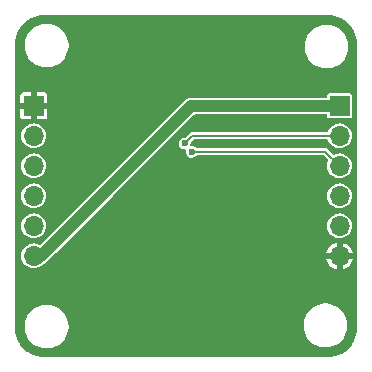
<source format=gbr>
%TF.GenerationSoftware,KiCad,Pcbnew,8.0.8-8.0.8-0~ubuntu24.04.1*%
%TF.CreationDate,2025-02-16T19:55:32+01:00*%
%TF.ProjectId,LIS2HH12TR-devboard,4c495332-4848-4313-9254-522d64657662,rev?*%
%TF.SameCoordinates,Original*%
%TF.FileFunction,Copper,L2,Bot*%
%TF.FilePolarity,Positive*%
%FSLAX46Y46*%
G04 Gerber Fmt 4.6, Leading zero omitted, Abs format (unit mm)*
G04 Created by KiCad (PCBNEW 8.0.8-8.0.8-0~ubuntu24.04.1) date 2025-02-16 19:55:32*
%MOMM*%
%LPD*%
G01*
G04 APERTURE LIST*
%TA.AperFunction,ComponentPad*%
%ADD10R,1.700000X1.700000*%
%TD*%
%TA.AperFunction,ComponentPad*%
%ADD11O,1.700000X1.700000*%
%TD*%
%TA.AperFunction,ViaPad*%
%ADD12C,0.600000*%
%TD*%
%TA.AperFunction,Conductor*%
%ADD13C,0.200000*%
%TD*%
%TA.AperFunction,Conductor*%
%ADD14C,1.000000*%
%TD*%
G04 APERTURE END LIST*
D10*
%TO.P,J2,1,Pin_1*%
%TO.N,VDD*%
X208000000Y-88220000D03*
D11*
%TO.P,J2,2,Pin_2*%
%TO.N,Net-(J2-Pin_2)*%
X208000000Y-90760000D03*
%TO.P,J2,3,Pin_3*%
%TO.N,Net-(J2-Pin_3)*%
X208000000Y-93300000D03*
%TO.P,J2,4,Pin_4*%
%TO.N,Net-(J2-Pin_4)*%
X208000000Y-95840000D03*
%TO.P,J2,5,Pin_5*%
%TO.N,Net-(J2-Pin_5)*%
X208000000Y-98380000D03*
%TO.P,J2,6,Pin_6*%
%TO.N,GND*%
X208000000Y-100920000D03*
%TD*%
D10*
%TO.P,J1,1,Pin_1*%
%TO.N,GND*%
X182100000Y-88220000D03*
D11*
%TO.P,J1,2,Pin_2*%
%TO.N,Net-(J1-Pin_2)*%
X182100000Y-90760000D03*
%TO.P,J1,3,Pin_3*%
%TO.N,Net-(J1-Pin_3)*%
X182100000Y-93300000D03*
%TO.P,J1,4,Pin_4*%
%TO.N,Net-(J1-Pin_4)*%
X182100000Y-95840000D03*
%TO.P,J1,5,Pin_5*%
%TO.N,Net-(J1-Pin_5)*%
X182100000Y-98380000D03*
%TO.P,J1,6,Pin_6*%
%TO.N,VDD*%
X182100000Y-100920000D03*
%TD*%
D12*
%TO.N,Net-(J2-Pin_3)*%
X195472500Y-92100000D03*
%TO.N,Net-(J2-Pin_2)*%
X194875000Y-91400000D03*
%TD*%
D13*
%TO.N,Net-(J2-Pin_3)*%
X195472500Y-92100000D02*
X206800000Y-92100000D01*
X206800000Y-92100000D02*
X208000000Y-93300000D01*
%TO.N,Net-(J2-Pin_2)*%
X194875000Y-91400000D02*
X195515000Y-90760000D01*
X195515000Y-90760000D02*
X208000000Y-90760000D01*
D14*
%TO.N,VDD*%
X182100000Y-100920000D02*
X182730000Y-100920000D01*
X182730000Y-100920000D02*
X195430000Y-88220000D01*
X195430000Y-88220000D02*
X208000000Y-88220000D01*
%TD*%
%TA.AperFunction,Conductor*%
%TO.N,GND*%
G36*
X207002992Y-80500681D02*
G01*
X207295309Y-80518362D01*
X207307164Y-80519802D01*
X207592281Y-80572051D01*
X207603883Y-80574911D01*
X207880623Y-80661147D01*
X207891786Y-80665380D01*
X208156119Y-80784347D01*
X208166704Y-80789903D01*
X208414758Y-80939856D01*
X208424583Y-80946638D01*
X208652755Y-81125399D01*
X208661704Y-81133326D01*
X208866673Y-81338295D01*
X208874600Y-81347244D01*
X208901172Y-81381161D01*
X209039768Y-81558066D01*
X209053356Y-81575409D01*
X209060147Y-81585248D01*
X209210096Y-81833295D01*
X209215652Y-81843880D01*
X209334616Y-82108206D01*
X209338855Y-82119384D01*
X209425087Y-82396113D01*
X209427948Y-82407721D01*
X209480196Y-82692828D01*
X209481637Y-82704695D01*
X209499319Y-82997006D01*
X209499500Y-83002984D01*
X209499500Y-106997015D01*
X209499319Y-107002993D01*
X209481637Y-107295304D01*
X209480196Y-107307171D01*
X209427948Y-107592278D01*
X209425087Y-107603886D01*
X209338855Y-107880615D01*
X209334616Y-107891793D01*
X209215652Y-108156119D01*
X209210096Y-108166704D01*
X209060147Y-108414751D01*
X209053356Y-108424590D01*
X208874600Y-108652755D01*
X208866673Y-108661704D01*
X208661704Y-108866673D01*
X208652755Y-108874600D01*
X208424590Y-109053356D01*
X208414751Y-109060147D01*
X208166704Y-109210096D01*
X208156119Y-109215652D01*
X207891793Y-109334616D01*
X207880615Y-109338855D01*
X207603886Y-109425087D01*
X207592278Y-109427948D01*
X207307171Y-109480196D01*
X207295304Y-109481637D01*
X207023993Y-109498048D01*
X207002991Y-109499319D01*
X206997015Y-109499500D01*
X183002985Y-109499500D01*
X182997008Y-109499319D01*
X182973564Y-109497900D01*
X182704695Y-109481637D01*
X182692828Y-109480196D01*
X182407721Y-109427948D01*
X182396113Y-109425087D01*
X182119384Y-109338855D01*
X182108206Y-109334616D01*
X181843880Y-109215652D01*
X181833295Y-109210096D01*
X181585248Y-109060147D01*
X181575413Y-109053358D01*
X181347244Y-108874600D01*
X181338295Y-108866673D01*
X181133326Y-108661704D01*
X181125399Y-108652755D01*
X181098827Y-108618838D01*
X180946638Y-108424583D01*
X180939856Y-108414758D01*
X180789903Y-108166704D01*
X180784347Y-108156119D01*
X180665383Y-107891793D01*
X180661147Y-107880623D01*
X180574911Y-107603883D01*
X180572051Y-107592278D01*
X180536100Y-107396100D01*
X180519802Y-107307164D01*
X180518362Y-107295303D01*
X180516334Y-107261781D01*
X180500681Y-107002992D01*
X180500500Y-106997015D01*
X180500500Y-106778710D01*
X181349500Y-106778710D01*
X181349500Y-107021289D01*
X181381161Y-107261781D01*
X181381161Y-107261786D01*
X181443944Y-107496092D01*
X181443948Y-107496105D01*
X181536772Y-107720204D01*
X181536774Y-107720208D01*
X181536776Y-107720212D01*
X181658064Y-107930289D01*
X181658066Y-107930292D01*
X181805729Y-108122731D01*
X181805731Y-108122733D01*
X181805735Y-108122738D01*
X181977262Y-108294265D01*
X181977266Y-108294268D01*
X181977268Y-108294270D01*
X182039384Y-108341933D01*
X182169711Y-108441936D01*
X182379788Y-108563224D01*
X182603900Y-108656054D01*
X182838211Y-108718838D01*
X183078712Y-108750500D01*
X183078713Y-108750500D01*
X183321287Y-108750500D01*
X183321288Y-108750500D01*
X183561789Y-108718838D01*
X183796100Y-108656054D01*
X184020212Y-108563224D01*
X184230289Y-108441936D01*
X184422738Y-108294265D01*
X184594265Y-108122738D01*
X184741936Y-107930289D01*
X184863224Y-107720212D01*
X184956054Y-107496100D01*
X185018838Y-107261789D01*
X185050500Y-107021288D01*
X185050500Y-106778712D01*
X185037335Y-106678710D01*
X204949500Y-106678710D01*
X204949500Y-106921289D01*
X204981161Y-107161781D01*
X204981161Y-107161786D01*
X205043944Y-107396092D01*
X205043948Y-107396105D01*
X205136772Y-107620204D01*
X205136774Y-107620208D01*
X205136776Y-107620212D01*
X205194511Y-107720212D01*
X205258066Y-107830292D01*
X205405729Y-108022731D01*
X205405731Y-108022733D01*
X205405735Y-108022738D01*
X205577262Y-108194265D01*
X205577266Y-108194268D01*
X205577268Y-108194270D01*
X205707585Y-108294265D01*
X205769711Y-108341936D01*
X205979788Y-108463224D01*
X206203900Y-108556054D01*
X206438211Y-108618838D01*
X206678712Y-108650500D01*
X206678713Y-108650500D01*
X206921287Y-108650500D01*
X206921288Y-108650500D01*
X207161789Y-108618838D01*
X207396100Y-108556054D01*
X207620212Y-108463224D01*
X207830289Y-108341936D01*
X208022738Y-108194265D01*
X208194265Y-108022738D01*
X208341936Y-107830289D01*
X208463224Y-107620212D01*
X208556054Y-107396100D01*
X208618838Y-107161789D01*
X208650500Y-106921288D01*
X208650500Y-106678712D01*
X208618838Y-106438211D01*
X208556054Y-106203900D01*
X208463224Y-105979788D01*
X208341936Y-105769711D01*
X208194265Y-105577262D01*
X208022738Y-105405735D01*
X208022733Y-105405731D01*
X208022731Y-105405729D01*
X207830292Y-105258066D01*
X207793410Y-105236772D01*
X207620212Y-105136776D01*
X207620208Y-105136774D01*
X207620204Y-105136772D01*
X207396105Y-105043948D01*
X207396104Y-105043947D01*
X207396100Y-105043946D01*
X207161789Y-104981162D01*
X207161786Y-104981161D01*
X207161784Y-104981161D01*
X206921289Y-104949500D01*
X206921288Y-104949500D01*
X206678712Y-104949500D01*
X206678710Y-104949500D01*
X206438218Y-104981161D01*
X206438213Y-104981161D01*
X206203907Y-105043944D01*
X206203894Y-105043948D01*
X205979795Y-105136772D01*
X205769707Y-105258066D01*
X205577268Y-105405729D01*
X205405729Y-105577268D01*
X205258066Y-105769707D01*
X205136772Y-105979795D01*
X205043948Y-106203894D01*
X205043944Y-106203907D01*
X204981161Y-106438213D01*
X204981161Y-106438218D01*
X204949500Y-106678710D01*
X185037335Y-106678710D01*
X185018838Y-106538211D01*
X184956054Y-106303900D01*
X184863224Y-106079788D01*
X184741936Y-105869711D01*
X184741933Y-105869707D01*
X184594270Y-105677268D01*
X184594268Y-105677266D01*
X184594265Y-105677262D01*
X184422738Y-105505735D01*
X184422733Y-105505731D01*
X184422731Y-105505729D01*
X184230292Y-105358066D01*
X184230289Y-105358064D01*
X184020212Y-105236776D01*
X184020208Y-105236774D01*
X184020204Y-105236772D01*
X183796105Y-105143948D01*
X183796104Y-105143947D01*
X183796100Y-105143946D01*
X183561789Y-105081162D01*
X183561786Y-105081161D01*
X183561784Y-105081161D01*
X183321289Y-105049500D01*
X183321288Y-105049500D01*
X183078712Y-105049500D01*
X183078710Y-105049500D01*
X182838218Y-105081161D01*
X182838213Y-105081161D01*
X182603907Y-105143944D01*
X182603894Y-105143948D01*
X182379795Y-105236772D01*
X182169707Y-105358066D01*
X181977268Y-105505729D01*
X181805729Y-105677268D01*
X181658066Y-105869707D01*
X181536772Y-106079795D01*
X181443948Y-106303894D01*
X181443944Y-106303907D01*
X181381161Y-106538213D01*
X181381161Y-106538218D01*
X181349500Y-106778710D01*
X180500500Y-106778710D01*
X180500500Y-100919996D01*
X181044417Y-100919996D01*
X181044417Y-100920003D01*
X181064698Y-101125929D01*
X181064699Y-101125934D01*
X181124768Y-101323954D01*
X181222316Y-101506452D01*
X181299311Y-101600271D01*
X181353590Y-101666410D01*
X181353594Y-101666413D01*
X181353595Y-101666414D01*
X181513547Y-101797683D01*
X181513548Y-101797683D01*
X181513550Y-101797685D01*
X181696046Y-101895232D01*
X181833997Y-101937078D01*
X181894065Y-101955300D01*
X181894070Y-101955301D01*
X182099997Y-101975583D01*
X182100000Y-101975583D01*
X182100003Y-101975583D01*
X182305929Y-101955301D01*
X182305934Y-101955300D01*
X182310724Y-101953847D01*
X182503954Y-101895232D01*
X182686450Y-101797685D01*
X182807839Y-101698064D01*
X182846407Y-101666413D01*
X182846408Y-101666411D01*
X182846410Y-101666410D01*
X182878216Y-101627653D01*
X182929746Y-101594666D01*
X182933861Y-101593720D01*
X182934316Y-101593582D01*
X182934328Y-101593580D01*
X183061811Y-101540775D01*
X183176543Y-101464114D01*
X183970657Y-100670000D01*
X206875489Y-100670000D01*
X207566988Y-100670000D01*
X207534075Y-100727007D01*
X207500000Y-100854174D01*
X207500000Y-100985826D01*
X207534075Y-101112993D01*
X207566988Y-101170000D01*
X206875489Y-101170000D01*
X206923064Y-101337210D01*
X207018057Y-101527983D01*
X207018062Y-101527992D01*
X207146496Y-101698064D01*
X207146506Y-101698075D01*
X207303995Y-101841647D01*
X207303994Y-101841647D01*
X207485206Y-101953847D01*
X207683941Y-102030838D01*
X207750000Y-102043185D01*
X207750000Y-101353012D01*
X207807007Y-101385925D01*
X207934174Y-101420000D01*
X208065826Y-101420000D01*
X208192993Y-101385925D01*
X208250000Y-101353012D01*
X208250000Y-102043184D01*
X208316058Y-102030838D01*
X208514793Y-101953847D01*
X208696004Y-101841647D01*
X208853493Y-101698075D01*
X208853503Y-101698064D01*
X208981937Y-101527992D01*
X208981942Y-101527983D01*
X209076935Y-101337210D01*
X209124511Y-101170000D01*
X208433012Y-101170000D01*
X208465925Y-101112993D01*
X208500000Y-100985826D01*
X208500000Y-100854174D01*
X208465925Y-100727007D01*
X208433012Y-100670000D01*
X209124511Y-100670000D01*
X209076935Y-100502789D01*
X208981942Y-100312016D01*
X208981937Y-100312007D01*
X208853503Y-100141935D01*
X208853493Y-100141924D01*
X208696004Y-99998352D01*
X208696005Y-99998352D01*
X208514793Y-99886152D01*
X208316059Y-99809161D01*
X208250000Y-99796812D01*
X208250000Y-100486988D01*
X208192993Y-100454075D01*
X208065826Y-100420000D01*
X207934174Y-100420000D01*
X207807007Y-100454075D01*
X207750000Y-100486988D01*
X207750000Y-99796813D01*
X207749999Y-99796812D01*
X207683940Y-99809161D01*
X207485206Y-99886152D01*
X207303995Y-99998352D01*
X207146506Y-100141924D01*
X207146496Y-100141935D01*
X207018062Y-100312007D01*
X207018057Y-100312016D01*
X206923064Y-100502789D01*
X206875489Y-100670000D01*
X183970657Y-100670000D01*
X186260661Y-98379996D01*
X206944417Y-98379996D01*
X206944417Y-98380003D01*
X206964698Y-98585929D01*
X206964699Y-98585934D01*
X207024768Y-98783954D01*
X207122316Y-98966452D01*
X207253585Y-99126404D01*
X207253590Y-99126410D01*
X207253595Y-99126414D01*
X207413547Y-99257683D01*
X207413548Y-99257683D01*
X207413550Y-99257685D01*
X207596046Y-99355232D01*
X207733997Y-99397078D01*
X207794065Y-99415300D01*
X207794070Y-99415301D01*
X207999997Y-99435583D01*
X208000000Y-99435583D01*
X208000003Y-99435583D01*
X208205929Y-99415301D01*
X208205934Y-99415300D01*
X208403954Y-99355232D01*
X208586450Y-99257685D01*
X208746410Y-99126410D01*
X208877685Y-98966450D01*
X208975232Y-98783954D01*
X209035300Y-98585934D01*
X209035301Y-98585929D01*
X209055583Y-98380003D01*
X209055583Y-98379996D01*
X209035301Y-98174070D01*
X209035300Y-98174065D01*
X209017078Y-98113997D01*
X208975232Y-97976046D01*
X208877685Y-97793550D01*
X208746410Y-97633590D01*
X208746404Y-97633585D01*
X208586452Y-97502316D01*
X208403954Y-97404768D01*
X208205934Y-97344699D01*
X208205929Y-97344698D01*
X208000003Y-97324417D01*
X207999997Y-97324417D01*
X207794070Y-97344698D01*
X207794065Y-97344699D01*
X207596045Y-97404768D01*
X207413547Y-97502316D01*
X207253595Y-97633585D01*
X207253585Y-97633595D01*
X207122316Y-97793547D01*
X207024768Y-97976045D01*
X206964699Y-98174065D01*
X206964698Y-98174070D01*
X206944417Y-98379996D01*
X186260661Y-98379996D01*
X188800661Y-95839996D01*
X206944417Y-95839996D01*
X206944417Y-95840003D01*
X206964698Y-96045929D01*
X206964699Y-96045934D01*
X207024768Y-96243954D01*
X207122316Y-96426452D01*
X207253585Y-96586404D01*
X207253590Y-96586410D01*
X207253595Y-96586414D01*
X207413547Y-96717683D01*
X207413548Y-96717683D01*
X207413550Y-96717685D01*
X207596046Y-96815232D01*
X207733997Y-96857078D01*
X207794065Y-96875300D01*
X207794070Y-96875301D01*
X207999997Y-96895583D01*
X208000000Y-96895583D01*
X208000003Y-96895583D01*
X208205929Y-96875301D01*
X208205934Y-96875300D01*
X208403954Y-96815232D01*
X208586450Y-96717685D01*
X208746410Y-96586410D01*
X208877685Y-96426450D01*
X208975232Y-96243954D01*
X209035300Y-96045934D01*
X209035301Y-96045929D01*
X209055583Y-95840003D01*
X209055583Y-95839996D01*
X209035301Y-95634070D01*
X209035300Y-95634065D01*
X209017078Y-95573997D01*
X208975232Y-95436046D01*
X208877685Y-95253550D01*
X208746410Y-95093590D01*
X208746404Y-95093585D01*
X208586452Y-94962316D01*
X208403954Y-94864768D01*
X208205934Y-94804699D01*
X208205929Y-94804698D01*
X208000003Y-94784417D01*
X207999997Y-94784417D01*
X207794070Y-94804698D01*
X207794065Y-94804699D01*
X207596045Y-94864768D01*
X207413547Y-94962316D01*
X207253595Y-95093585D01*
X207253585Y-95093595D01*
X207122316Y-95253547D01*
X207024768Y-95436045D01*
X206964699Y-95634065D01*
X206964698Y-95634070D01*
X206944417Y-95839996D01*
X188800661Y-95839996D01*
X193240660Y-91399997D01*
X194369353Y-91399997D01*
X194369353Y-91400002D01*
X194389834Y-91542456D01*
X194434403Y-91640046D01*
X194449623Y-91673373D01*
X194542529Y-91780593D01*
X194543873Y-91782144D01*
X194664304Y-91859540D01*
X194664947Y-91859953D01*
X194771403Y-91891211D01*
X194803035Y-91900499D01*
X194803036Y-91900499D01*
X194803039Y-91900500D01*
X194803041Y-91900500D01*
X194881284Y-91900500D01*
X194939475Y-91919407D01*
X194975439Y-91968907D01*
X194979276Y-92013589D01*
X194966853Y-92099996D01*
X194966853Y-92100002D01*
X194987334Y-92242456D01*
X195047122Y-92373371D01*
X195047123Y-92373373D01*
X195100236Y-92434669D01*
X195141373Y-92482144D01*
X195262442Y-92559950D01*
X195262447Y-92559953D01*
X195368903Y-92591211D01*
X195400535Y-92600499D01*
X195400536Y-92600499D01*
X195400539Y-92600500D01*
X195400541Y-92600500D01*
X195544459Y-92600500D01*
X195544461Y-92600500D01*
X195682553Y-92559953D01*
X195803628Y-92482143D01*
X195844764Y-92434668D01*
X195897160Y-92403073D01*
X195919583Y-92400500D01*
X206634521Y-92400500D01*
X206692712Y-92419407D01*
X206704525Y-92429496D01*
X207023812Y-92748783D01*
X207051589Y-92803300D01*
X207042018Y-92863732D01*
X207041120Y-92865453D01*
X207024769Y-92896044D01*
X207024766Y-92896052D01*
X206964699Y-93094065D01*
X206964698Y-93094070D01*
X206944417Y-93299996D01*
X206944417Y-93300003D01*
X206964698Y-93505929D01*
X206964699Y-93505934D01*
X207024768Y-93703954D01*
X207122316Y-93886452D01*
X207253585Y-94046404D01*
X207253590Y-94046410D01*
X207253595Y-94046414D01*
X207413547Y-94177683D01*
X207413548Y-94177683D01*
X207413550Y-94177685D01*
X207596046Y-94275232D01*
X207733997Y-94317078D01*
X207794065Y-94335300D01*
X207794070Y-94335301D01*
X207999997Y-94355583D01*
X208000000Y-94355583D01*
X208000003Y-94355583D01*
X208205929Y-94335301D01*
X208205934Y-94335300D01*
X208403954Y-94275232D01*
X208586450Y-94177685D01*
X208746410Y-94046410D01*
X208877685Y-93886450D01*
X208975232Y-93703954D01*
X209035300Y-93505934D01*
X209035301Y-93505929D01*
X209055583Y-93300003D01*
X209055583Y-93299996D01*
X209035301Y-93094070D01*
X209035300Y-93094065D01*
X209017078Y-93033997D01*
X208975232Y-92896046D01*
X208877685Y-92713550D01*
X208746410Y-92553590D01*
X208746404Y-92553585D01*
X208586452Y-92422316D01*
X208403954Y-92324768D01*
X208205934Y-92264699D01*
X208205929Y-92264698D01*
X208000003Y-92244417D01*
X207999997Y-92244417D01*
X207794070Y-92264698D01*
X207794065Y-92264699D01*
X207596052Y-92324766D01*
X207596049Y-92324766D01*
X207596046Y-92324768D01*
X207596044Y-92324768D01*
X207596044Y-92324769D01*
X207565453Y-92341120D01*
X207505220Y-92351874D01*
X207450169Y-92325171D01*
X207448784Y-92323812D01*
X206984510Y-91859539D01*
X206915992Y-91819980D01*
X206915988Y-91819978D01*
X206839564Y-91799500D01*
X206839562Y-91799500D01*
X195919583Y-91799500D01*
X195861392Y-91780593D01*
X195844764Y-91765331D01*
X195803628Y-91717857D01*
X195770682Y-91696684D01*
X195682557Y-91640049D01*
X195682554Y-91640047D01*
X195682553Y-91640047D01*
X195674502Y-91637683D01*
X195544464Y-91599500D01*
X195544461Y-91599500D01*
X195466216Y-91599500D01*
X195408025Y-91580593D01*
X195372061Y-91531093D01*
X195368224Y-91486412D01*
X195380647Y-91400003D01*
X195380647Y-91399998D01*
X195377558Y-91378516D01*
X195387991Y-91318227D01*
X195405543Y-91294426D01*
X195610475Y-91089496D01*
X195664991Y-91061719D01*
X195680478Y-91060500D01*
X206919963Y-91060500D01*
X206978154Y-91079407D01*
X207014118Y-91128907D01*
X207014700Y-91130763D01*
X207024767Y-91163952D01*
X207024768Y-91163954D01*
X207122316Y-91346452D01*
X207237178Y-91486412D01*
X207253590Y-91506410D01*
X207253595Y-91506414D01*
X207413547Y-91637683D01*
X207413548Y-91637683D01*
X207413550Y-91637685D01*
X207596046Y-91735232D01*
X207733997Y-91777078D01*
X207794065Y-91795300D01*
X207794070Y-91795301D01*
X207999997Y-91815583D01*
X208000000Y-91815583D01*
X208000003Y-91815583D01*
X208205929Y-91795301D01*
X208205934Y-91795300D01*
X208403954Y-91735232D01*
X208586450Y-91637685D01*
X208746410Y-91506410D01*
X208877685Y-91346450D01*
X208975232Y-91163954D01*
X209035300Y-90965934D01*
X209035301Y-90965929D01*
X209055583Y-90760003D01*
X209055583Y-90759996D01*
X209035301Y-90554070D01*
X209035300Y-90554065D01*
X208975232Y-90356047D01*
X208975232Y-90356046D01*
X208877685Y-90173550D01*
X208746410Y-90013590D01*
X208746404Y-90013585D01*
X208586452Y-89882316D01*
X208403954Y-89784768D01*
X208205934Y-89724699D01*
X208205929Y-89724698D01*
X208000003Y-89704417D01*
X207999997Y-89704417D01*
X207794070Y-89724698D01*
X207794065Y-89724699D01*
X207596045Y-89784768D01*
X207413547Y-89882316D01*
X207253595Y-90013585D01*
X207253585Y-90013595D01*
X207122316Y-90173547D01*
X207024768Y-90356045D01*
X207024767Y-90356047D01*
X207014700Y-90389237D01*
X206979716Y-90439434D01*
X206921908Y-90459481D01*
X206919963Y-90459500D01*
X195554562Y-90459500D01*
X195475438Y-90459500D01*
X195428661Y-90472033D01*
X195399007Y-90479979D01*
X195330493Y-90519536D01*
X195330488Y-90519540D01*
X194979524Y-90870504D01*
X194925008Y-90898281D01*
X194909521Y-90899500D01*
X194803035Y-90899500D01*
X194664949Y-90940046D01*
X194664942Y-90940049D01*
X194543873Y-91017855D01*
X194449622Y-91126628D01*
X194389834Y-91257543D01*
X194369353Y-91399997D01*
X193240660Y-91399997D01*
X195691161Y-88949496D01*
X195745678Y-88921719D01*
X195761165Y-88920500D01*
X206850500Y-88920500D01*
X206908691Y-88939407D01*
X206944655Y-88988907D01*
X206949500Y-89019500D01*
X206949500Y-89089746D01*
X206949501Y-89089758D01*
X206961132Y-89148227D01*
X206961133Y-89148231D01*
X207005448Y-89214552D01*
X207071769Y-89258867D01*
X207116231Y-89267711D01*
X207130241Y-89270498D01*
X207130246Y-89270498D01*
X207130252Y-89270500D01*
X207130253Y-89270500D01*
X208869747Y-89270500D01*
X208869748Y-89270500D01*
X208928231Y-89258867D01*
X208994552Y-89214552D01*
X209038867Y-89148231D01*
X209050500Y-89089748D01*
X209050500Y-87350252D01*
X209038867Y-87291769D01*
X208994552Y-87225448D01*
X208994548Y-87225445D01*
X208928233Y-87181134D01*
X208928231Y-87181133D01*
X208928228Y-87181132D01*
X208928227Y-87181132D01*
X208869758Y-87169501D01*
X208869748Y-87169500D01*
X207130252Y-87169500D01*
X207130251Y-87169500D01*
X207130241Y-87169501D01*
X207071772Y-87181132D01*
X207071766Y-87181134D01*
X207005451Y-87225445D01*
X207005445Y-87225451D01*
X206961134Y-87291766D01*
X206961132Y-87291772D01*
X206949501Y-87350241D01*
X206949500Y-87350253D01*
X206949500Y-87420500D01*
X206930593Y-87478691D01*
X206881093Y-87514655D01*
X206850500Y-87519500D01*
X195361004Y-87519500D01*
X195252591Y-87541064D01*
X195252591Y-87541065D01*
X195239131Y-87543742D01*
X195225670Y-87546420D01*
X195098189Y-87599224D01*
X194983460Y-87675883D01*
X182693127Y-99966214D01*
X182638610Y-99993991D01*
X182578178Y-99984420D01*
X182576455Y-99983520D01*
X182503959Y-99944770D01*
X182503954Y-99944768D01*
X182305934Y-99884699D01*
X182305929Y-99884698D01*
X182100003Y-99864417D01*
X182099997Y-99864417D01*
X181894070Y-99884698D01*
X181894065Y-99884699D01*
X181696045Y-99944768D01*
X181513547Y-100042316D01*
X181353595Y-100173585D01*
X181353585Y-100173595D01*
X181222316Y-100333547D01*
X181124768Y-100516045D01*
X181064699Y-100714065D01*
X181064698Y-100714070D01*
X181044417Y-100919996D01*
X180500500Y-100919996D01*
X180500500Y-98379996D01*
X181044417Y-98379996D01*
X181044417Y-98380003D01*
X181064698Y-98585929D01*
X181064699Y-98585934D01*
X181124768Y-98783954D01*
X181222316Y-98966452D01*
X181353585Y-99126404D01*
X181353590Y-99126410D01*
X181353595Y-99126414D01*
X181513547Y-99257683D01*
X181513548Y-99257683D01*
X181513550Y-99257685D01*
X181696046Y-99355232D01*
X181833997Y-99397078D01*
X181894065Y-99415300D01*
X181894070Y-99415301D01*
X182099997Y-99435583D01*
X182100000Y-99435583D01*
X182100003Y-99435583D01*
X182305929Y-99415301D01*
X182305934Y-99415300D01*
X182503954Y-99355232D01*
X182686450Y-99257685D01*
X182846410Y-99126410D01*
X182977685Y-98966450D01*
X183075232Y-98783954D01*
X183135300Y-98585934D01*
X183135301Y-98585929D01*
X183155583Y-98380003D01*
X183155583Y-98379996D01*
X183135301Y-98174070D01*
X183135300Y-98174065D01*
X183117078Y-98113997D01*
X183075232Y-97976046D01*
X182977685Y-97793550D01*
X182846410Y-97633590D01*
X182846404Y-97633585D01*
X182686452Y-97502316D01*
X182503954Y-97404768D01*
X182305934Y-97344699D01*
X182305929Y-97344698D01*
X182100003Y-97324417D01*
X182099997Y-97324417D01*
X181894070Y-97344698D01*
X181894065Y-97344699D01*
X181696045Y-97404768D01*
X181513547Y-97502316D01*
X181353595Y-97633585D01*
X181353585Y-97633595D01*
X181222316Y-97793547D01*
X181124768Y-97976045D01*
X181064699Y-98174065D01*
X181064698Y-98174070D01*
X181044417Y-98379996D01*
X180500500Y-98379996D01*
X180500500Y-95839996D01*
X181044417Y-95839996D01*
X181044417Y-95840003D01*
X181064698Y-96045929D01*
X181064699Y-96045934D01*
X181124768Y-96243954D01*
X181222316Y-96426452D01*
X181353585Y-96586404D01*
X181353590Y-96586410D01*
X181353595Y-96586414D01*
X181513547Y-96717683D01*
X181513548Y-96717683D01*
X181513550Y-96717685D01*
X181696046Y-96815232D01*
X181833997Y-96857078D01*
X181894065Y-96875300D01*
X181894070Y-96875301D01*
X182099997Y-96895583D01*
X182100000Y-96895583D01*
X182100003Y-96895583D01*
X182305929Y-96875301D01*
X182305934Y-96875300D01*
X182503954Y-96815232D01*
X182686450Y-96717685D01*
X182846410Y-96586410D01*
X182977685Y-96426450D01*
X183075232Y-96243954D01*
X183135300Y-96045934D01*
X183135301Y-96045929D01*
X183155583Y-95840003D01*
X183155583Y-95839996D01*
X183135301Y-95634070D01*
X183135300Y-95634065D01*
X183117078Y-95573997D01*
X183075232Y-95436046D01*
X182977685Y-95253550D01*
X182846410Y-95093590D01*
X182846404Y-95093585D01*
X182686452Y-94962316D01*
X182503954Y-94864768D01*
X182305934Y-94804699D01*
X182305929Y-94804698D01*
X182100003Y-94784417D01*
X182099997Y-94784417D01*
X181894070Y-94804698D01*
X181894065Y-94804699D01*
X181696045Y-94864768D01*
X181513547Y-94962316D01*
X181353595Y-95093585D01*
X181353585Y-95093595D01*
X181222316Y-95253547D01*
X181124768Y-95436045D01*
X181064699Y-95634065D01*
X181064698Y-95634070D01*
X181044417Y-95839996D01*
X180500500Y-95839996D01*
X180500500Y-93299996D01*
X181044417Y-93299996D01*
X181044417Y-93300003D01*
X181064698Y-93505929D01*
X181064699Y-93505934D01*
X181124768Y-93703954D01*
X181222316Y-93886452D01*
X181353585Y-94046404D01*
X181353590Y-94046410D01*
X181353595Y-94046414D01*
X181513547Y-94177683D01*
X181513548Y-94177683D01*
X181513550Y-94177685D01*
X181696046Y-94275232D01*
X181833997Y-94317078D01*
X181894065Y-94335300D01*
X181894070Y-94335301D01*
X182099997Y-94355583D01*
X182100000Y-94355583D01*
X182100003Y-94355583D01*
X182305929Y-94335301D01*
X182305934Y-94335300D01*
X182503954Y-94275232D01*
X182686450Y-94177685D01*
X182846410Y-94046410D01*
X182977685Y-93886450D01*
X183075232Y-93703954D01*
X183135300Y-93505934D01*
X183135301Y-93505929D01*
X183155583Y-93300003D01*
X183155583Y-93299996D01*
X183135301Y-93094070D01*
X183135300Y-93094065D01*
X183117078Y-93033997D01*
X183075232Y-92896046D01*
X182977685Y-92713550D01*
X182846410Y-92553590D01*
X182846404Y-92553585D01*
X182686452Y-92422316D01*
X182503954Y-92324768D01*
X182305934Y-92264699D01*
X182305929Y-92264698D01*
X182100003Y-92244417D01*
X182099997Y-92244417D01*
X181894070Y-92264698D01*
X181894065Y-92264699D01*
X181696045Y-92324768D01*
X181513547Y-92422316D01*
X181353595Y-92553585D01*
X181353585Y-92553595D01*
X181222316Y-92713547D01*
X181124768Y-92896045D01*
X181064699Y-93094065D01*
X181064698Y-93094070D01*
X181044417Y-93299996D01*
X180500500Y-93299996D01*
X180500500Y-90759996D01*
X181044417Y-90759996D01*
X181044417Y-90760003D01*
X181064698Y-90965929D01*
X181064699Y-90965934D01*
X181124768Y-91163954D01*
X181222316Y-91346452D01*
X181337178Y-91486412D01*
X181353590Y-91506410D01*
X181353595Y-91506414D01*
X181513547Y-91637683D01*
X181513548Y-91637683D01*
X181513550Y-91637685D01*
X181696046Y-91735232D01*
X181833997Y-91777078D01*
X181894065Y-91795300D01*
X181894070Y-91795301D01*
X182099997Y-91815583D01*
X182100000Y-91815583D01*
X182100003Y-91815583D01*
X182305929Y-91795301D01*
X182305934Y-91795300D01*
X182503954Y-91735232D01*
X182686450Y-91637685D01*
X182846410Y-91506410D01*
X182977685Y-91346450D01*
X183075232Y-91163954D01*
X183135300Y-90965934D01*
X183135301Y-90965929D01*
X183155583Y-90760003D01*
X183155583Y-90759996D01*
X183135301Y-90554070D01*
X183135300Y-90554065D01*
X183075232Y-90356047D01*
X183075232Y-90356046D01*
X182977685Y-90173550D01*
X182846410Y-90013590D01*
X182846404Y-90013585D01*
X182686452Y-89882316D01*
X182503954Y-89784768D01*
X182305934Y-89724699D01*
X182305929Y-89724698D01*
X182100003Y-89704417D01*
X182099997Y-89704417D01*
X181894070Y-89724698D01*
X181894065Y-89724699D01*
X181696045Y-89784768D01*
X181513547Y-89882316D01*
X181353595Y-90013585D01*
X181353585Y-90013595D01*
X181222316Y-90173547D01*
X181124768Y-90356045D01*
X181064699Y-90554065D01*
X181064698Y-90554070D01*
X181044417Y-90759996D01*
X180500500Y-90759996D01*
X180500500Y-87325202D01*
X180950000Y-87325202D01*
X180950000Y-87969999D01*
X180950001Y-87970000D01*
X181666988Y-87970000D01*
X181634075Y-88027007D01*
X181600000Y-88154174D01*
X181600000Y-88285826D01*
X181634075Y-88412993D01*
X181666988Y-88470000D01*
X180950002Y-88470000D01*
X180950001Y-88470001D01*
X180950001Y-89114791D01*
X180952909Y-89139874D01*
X180998213Y-89242477D01*
X181077522Y-89321786D01*
X181180127Y-89367090D01*
X181205203Y-89369999D01*
X181849998Y-89369999D01*
X181850000Y-89369998D01*
X181850000Y-88653012D01*
X181907007Y-88685925D01*
X182034174Y-88720000D01*
X182165826Y-88720000D01*
X182292993Y-88685925D01*
X182350000Y-88653012D01*
X182350000Y-89369998D01*
X182350001Y-89369999D01*
X182994790Y-89369999D01*
X182994791Y-89369998D01*
X183019874Y-89367090D01*
X183122477Y-89321786D01*
X183201786Y-89242477D01*
X183247090Y-89139872D01*
X183249999Y-89114797D01*
X183250000Y-89114795D01*
X183250000Y-88470001D01*
X183249999Y-88470000D01*
X182533012Y-88470000D01*
X182565925Y-88412993D01*
X182600000Y-88285826D01*
X182600000Y-88154174D01*
X182565925Y-88027007D01*
X182533012Y-87970000D01*
X183249998Y-87970000D01*
X183249999Y-87969999D01*
X183249999Y-87325210D01*
X183249998Y-87325208D01*
X183247090Y-87300125D01*
X183201786Y-87197522D01*
X183122477Y-87118213D01*
X183019872Y-87072909D01*
X182994797Y-87070000D01*
X182350001Y-87070000D01*
X182350000Y-87070001D01*
X182350000Y-87786988D01*
X182292993Y-87754075D01*
X182165826Y-87720000D01*
X182034174Y-87720000D01*
X181907007Y-87754075D01*
X181850000Y-87786988D01*
X181850000Y-87070001D01*
X181849999Y-87070000D01*
X181205210Y-87070000D01*
X181205207Y-87070001D01*
X181180125Y-87072909D01*
X181077522Y-87118213D01*
X180998213Y-87197522D01*
X180952909Y-87300127D01*
X180950000Y-87325202D01*
X180500500Y-87325202D01*
X180500500Y-83002984D01*
X180500681Y-82997007D01*
X180501788Y-82978710D01*
X181349500Y-82978710D01*
X181349500Y-83221289D01*
X181381161Y-83461781D01*
X181381161Y-83461786D01*
X181443944Y-83696092D01*
X181443948Y-83696105D01*
X181536772Y-83920204D01*
X181536774Y-83920208D01*
X181536776Y-83920212D01*
X181594511Y-84020212D01*
X181658066Y-84130292D01*
X181805729Y-84322731D01*
X181805731Y-84322733D01*
X181805735Y-84322738D01*
X181977262Y-84494265D01*
X181977266Y-84494268D01*
X181977268Y-84494270D01*
X182107585Y-84594265D01*
X182169711Y-84641936D01*
X182379788Y-84763224D01*
X182603900Y-84856054D01*
X182838211Y-84918838D01*
X183078712Y-84950500D01*
X183078713Y-84950500D01*
X183321287Y-84950500D01*
X183321288Y-84950500D01*
X183561789Y-84918838D01*
X183796100Y-84856054D01*
X184020212Y-84763224D01*
X184230289Y-84641936D01*
X184422738Y-84494265D01*
X184594265Y-84322738D01*
X184741936Y-84130289D01*
X184863224Y-83920212D01*
X184956054Y-83696100D01*
X185018838Y-83461789D01*
X185050500Y-83221288D01*
X185050500Y-83078710D01*
X205049500Y-83078710D01*
X205049500Y-83321289D01*
X205081161Y-83561781D01*
X205081161Y-83561786D01*
X205143944Y-83796092D01*
X205143948Y-83796105D01*
X205236772Y-84020204D01*
X205236774Y-84020208D01*
X205236776Y-84020212D01*
X205300329Y-84130289D01*
X205358066Y-84230292D01*
X205505729Y-84422731D01*
X205505731Y-84422733D01*
X205505735Y-84422738D01*
X205677262Y-84594265D01*
X205677266Y-84594268D01*
X205677268Y-84594270D01*
X205739384Y-84641933D01*
X205869711Y-84741936D01*
X206079788Y-84863224D01*
X206303900Y-84956054D01*
X206538211Y-85018838D01*
X206778712Y-85050500D01*
X206778713Y-85050500D01*
X207021287Y-85050500D01*
X207021288Y-85050500D01*
X207261789Y-85018838D01*
X207496100Y-84956054D01*
X207720212Y-84863224D01*
X207930289Y-84741936D01*
X208122738Y-84594265D01*
X208294265Y-84422738D01*
X208441936Y-84230289D01*
X208563224Y-84020212D01*
X208656054Y-83796100D01*
X208718838Y-83561789D01*
X208750500Y-83321288D01*
X208750500Y-83078712D01*
X208718838Y-82838211D01*
X208656054Y-82603900D01*
X208563224Y-82379788D01*
X208441936Y-82169711D01*
X208441933Y-82169707D01*
X208294270Y-81977268D01*
X208294268Y-81977266D01*
X208294265Y-81977262D01*
X208122738Y-81805735D01*
X208122733Y-81805731D01*
X208122731Y-81805729D01*
X207930292Y-81658066D01*
X207930289Y-81658064D01*
X207720212Y-81536776D01*
X207720208Y-81536774D01*
X207720204Y-81536772D01*
X207496105Y-81443948D01*
X207496104Y-81443947D01*
X207496100Y-81443946D01*
X207261789Y-81381162D01*
X207261786Y-81381161D01*
X207261784Y-81381161D01*
X207021289Y-81349500D01*
X207021288Y-81349500D01*
X206778712Y-81349500D01*
X206778710Y-81349500D01*
X206538218Y-81381161D01*
X206538213Y-81381161D01*
X206303907Y-81443944D01*
X206303894Y-81443948D01*
X206079795Y-81536772D01*
X205869707Y-81658066D01*
X205677268Y-81805729D01*
X205505729Y-81977268D01*
X205358066Y-82169707D01*
X205236772Y-82379795D01*
X205143948Y-82603894D01*
X205143944Y-82603907D01*
X205081161Y-82838213D01*
X205081161Y-82838218D01*
X205049500Y-83078710D01*
X185050500Y-83078710D01*
X185050500Y-82978712D01*
X185018838Y-82738211D01*
X184956054Y-82503900D01*
X184863224Y-82279788D01*
X184741936Y-82069711D01*
X184594265Y-81877262D01*
X184422738Y-81705735D01*
X184422733Y-81705731D01*
X184422731Y-81705729D01*
X184230292Y-81558066D01*
X184193410Y-81536772D01*
X184020212Y-81436776D01*
X184020208Y-81436774D01*
X184020204Y-81436772D01*
X183796105Y-81343948D01*
X183796104Y-81343947D01*
X183796100Y-81343946D01*
X183561789Y-81281162D01*
X183561786Y-81281161D01*
X183561784Y-81281161D01*
X183321289Y-81249500D01*
X183321288Y-81249500D01*
X183078712Y-81249500D01*
X183078710Y-81249500D01*
X182838218Y-81281161D01*
X182838213Y-81281161D01*
X182603907Y-81343944D01*
X182603894Y-81343948D01*
X182379795Y-81436772D01*
X182169707Y-81558066D01*
X181977268Y-81705729D01*
X181805729Y-81877268D01*
X181658066Y-82069707D01*
X181536772Y-82279795D01*
X181443948Y-82503894D01*
X181443944Y-82503907D01*
X181381161Y-82738213D01*
X181381161Y-82738218D01*
X181349500Y-82978710D01*
X180501788Y-82978710D01*
X180510902Y-82828031D01*
X180518362Y-82704688D01*
X180519801Y-82692837D01*
X180572052Y-82407714D01*
X180574912Y-82396113D01*
X180579997Y-82379795D01*
X180661148Y-82119370D01*
X180665378Y-82108218D01*
X180784350Y-81843873D01*
X180789899Y-81833302D01*
X180939861Y-81585233D01*
X180946632Y-81575423D01*
X181125406Y-81347235D01*
X181133318Y-81338303D01*
X181338303Y-81133318D01*
X181347235Y-81125406D01*
X181575423Y-80946632D01*
X181585233Y-80939861D01*
X181833302Y-80789899D01*
X181843873Y-80784350D01*
X182108218Y-80665378D01*
X182119370Y-80661148D01*
X182396120Y-80574910D01*
X182407714Y-80572052D01*
X182692837Y-80519801D01*
X182704688Y-80518362D01*
X182997008Y-80500681D01*
X183002985Y-80500500D01*
X183065892Y-80500500D01*
X206934108Y-80500500D01*
X206997015Y-80500500D01*
X207002992Y-80500681D01*
G37*
%TD.AperFunction*%
%TD*%
M02*

</source>
